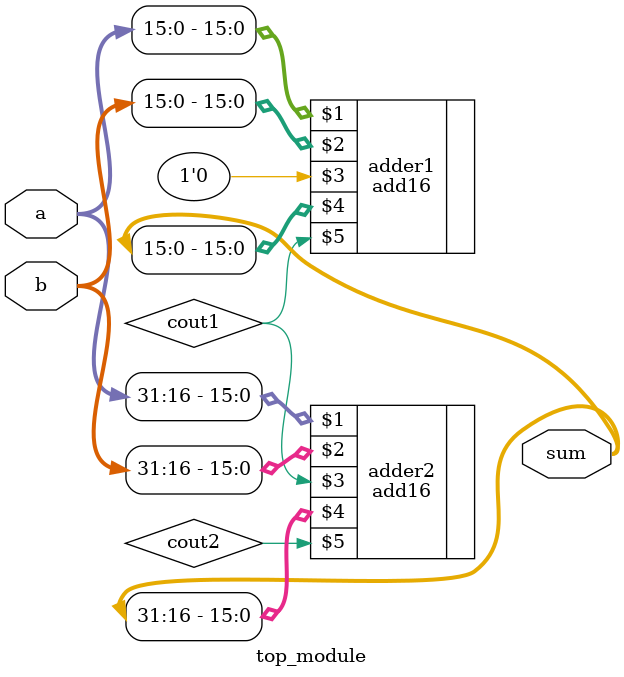
<source format=v>
module top_module(a,b,sum);
    input [31:0] a,b;
    output [31:0] sum;
    wire cout1,cout2;

    add16 adder1(a[15:0],b[15:0],1'b0,sum[15:0],cout1);
    add16 adder2(a[31:16],b[31:16],cout1,sum[31:16],cout2);
endmodule


/* 

module top_module(a,b,sum);
  input [31:0] a,b;
  output [31:0] sum;
  wire [15:0] out_1,out_2;
  wire cout,temp;

  add16 adder1(
    a[15:0],
    b[15:0],
    1'b0,
    sum[15:0],
    cout,
  );

  add16 adder2(
    a[31:16],
    b[31:16],
    cout,
    sum[31:16],
    temp,
  );

endmodule

 */
</source>
